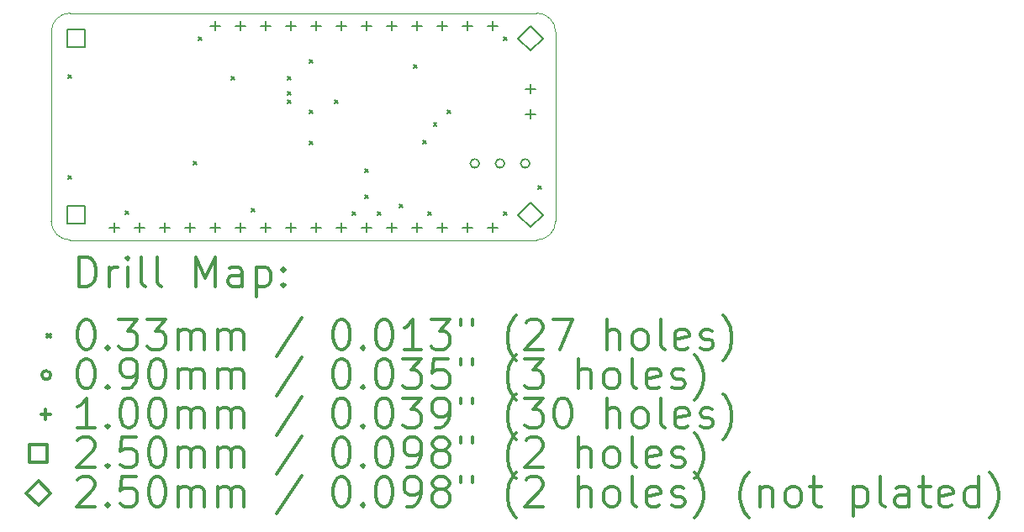
<source format=gbr>
%FSLAX45Y45*%
G04 Gerber Fmt 4.5, Leading zero omitted, Abs format (unit mm)*
G04 Created by KiCad (PCBNEW (5.0.0-rc2-dev-444-g2974a2c10)) date 10/20/19 12:44:55*
%MOMM*%
%LPD*%
G01*
G04 APERTURE LIST*
%ADD10C,0.100000*%
%ADD11C,0.200000*%
%ADD12C,0.300000*%
G04 APERTURE END LIST*
D10*
X9525000Y-9715500D02*
G75*
G02X9715500Y-9525000I190500J0D01*
G01*
X9715500Y-11811000D02*
G75*
G02X9525000Y-11620500I0J190500D01*
G01*
X14605000Y-11620500D02*
G75*
G02X14414500Y-11811000I-190500J0D01*
G01*
X14414500Y-9525000D02*
G75*
G02X14605000Y-9715500I0J-190500D01*
G01*
X9525000Y-11620500D02*
X9525000Y-9715500D01*
X14414500Y-11811000D02*
X9715500Y-11811000D01*
X14605000Y-9715500D02*
X14605000Y-11620500D01*
X9715500Y-9525000D02*
X14414500Y-9525000D01*
D11*
X9698990Y-10143490D02*
X9732010Y-10176510D01*
X9732010Y-10143490D02*
X9698990Y-10176510D01*
X9698990Y-11159490D02*
X9732010Y-11192510D01*
X9732010Y-11159490D02*
X9698990Y-11192510D01*
X10270490Y-11515090D02*
X10303510Y-11548110D01*
X10303510Y-11515090D02*
X10270490Y-11548110D01*
X10958490Y-11018490D02*
X10991510Y-11051510D01*
X10991510Y-11018490D02*
X10958490Y-11051510D01*
X11007090Y-9762490D02*
X11040110Y-9795510D01*
X11040110Y-9762490D02*
X11007090Y-9795510D01*
X11337290Y-10163810D02*
X11370310Y-10196830D01*
X11370310Y-10163810D02*
X11337290Y-10196830D01*
X11540490Y-11489690D02*
X11573510Y-11522710D01*
X11573510Y-11489690D02*
X11540490Y-11522710D01*
X11908790Y-10161270D02*
X11941810Y-10194290D01*
X11941810Y-10161270D02*
X11908790Y-10194290D01*
X11908790Y-10313670D02*
X11941810Y-10346690D01*
X11941810Y-10313670D02*
X11908790Y-10346690D01*
X11908790Y-10400030D02*
X11941810Y-10433050D01*
X11941810Y-10400030D02*
X11908790Y-10433050D01*
X12124690Y-9991090D02*
X12157710Y-10024110D01*
X12157710Y-9991090D02*
X12124690Y-10024110D01*
X12124690Y-10499090D02*
X12157710Y-10532110D01*
X12157710Y-10499090D02*
X12124690Y-10532110D01*
X12124690Y-10816590D02*
X12157710Y-10849610D01*
X12157710Y-10816590D02*
X12124690Y-10849610D01*
X12376150Y-10400030D02*
X12409170Y-10433050D01*
X12409170Y-10400030D02*
X12376150Y-10433050D01*
X12556490Y-11527790D02*
X12589510Y-11560810D01*
X12589510Y-11527790D02*
X12556490Y-11560810D01*
X12683430Y-11093390D02*
X12716450Y-11126410D01*
X12716450Y-11093390D02*
X12683430Y-11126410D01*
X12683490Y-11355070D02*
X12716510Y-11388090D01*
X12716510Y-11355070D02*
X12683490Y-11388090D01*
X12810490Y-11527790D02*
X12843510Y-11560810D01*
X12843510Y-11527790D02*
X12810490Y-11560810D01*
X13034010Y-11449050D02*
X13067030Y-11482070D01*
X13067030Y-11449050D02*
X13034010Y-11482070D01*
X13173710Y-10044430D02*
X13206730Y-10077450D01*
X13206730Y-10044430D02*
X13173710Y-10077450D01*
X13267690Y-10808970D02*
X13300710Y-10841990D01*
X13300710Y-10808970D02*
X13267690Y-10841990D01*
X13318490Y-11527790D02*
X13351510Y-11560810D01*
X13351510Y-11527790D02*
X13318490Y-11560810D01*
X13374370Y-10628630D02*
X13407390Y-10661650D01*
X13407390Y-10628630D02*
X13374370Y-10661650D01*
X13513490Y-10501630D02*
X13546510Y-10534650D01*
X13546510Y-10501630D02*
X13513490Y-10534650D01*
X14080490Y-9762490D02*
X14113510Y-9795510D01*
X14113510Y-9762490D02*
X14080490Y-9795510D01*
X14080490Y-11527790D02*
X14113510Y-11560810D01*
X14113510Y-11527790D02*
X14080490Y-11560810D01*
X14425930Y-11263630D02*
X14458950Y-11296650D01*
X14458950Y-11263630D02*
X14425930Y-11296650D01*
X13835000Y-11040000D02*
G75*
G03X13835000Y-11040000I-45000J0D01*
G01*
X14089000Y-11040000D02*
G75*
G03X14089000Y-11040000I-45000J0D01*
G01*
X14343000Y-11040000D02*
G75*
G03X14343000Y-11040000I-45000J0D01*
G01*
X10160000Y-11634000D02*
X10160000Y-11734000D01*
X10110000Y-11684000D02*
X10210000Y-11684000D01*
X10414000Y-11634000D02*
X10414000Y-11734000D01*
X10364000Y-11684000D02*
X10464000Y-11684000D01*
X10668000Y-11634000D02*
X10668000Y-11734000D01*
X10618000Y-11684000D02*
X10718000Y-11684000D01*
X10922000Y-11634000D02*
X10922000Y-11734000D01*
X10872000Y-11684000D02*
X10972000Y-11684000D01*
X11176000Y-9602000D02*
X11176000Y-9702000D01*
X11126000Y-9652000D02*
X11226000Y-9652000D01*
X11176000Y-11634000D02*
X11176000Y-11734000D01*
X11126000Y-11684000D02*
X11226000Y-11684000D01*
X11430000Y-9602000D02*
X11430000Y-9702000D01*
X11380000Y-9652000D02*
X11480000Y-9652000D01*
X11430000Y-11634000D02*
X11430000Y-11734000D01*
X11380000Y-11684000D02*
X11480000Y-11684000D01*
X11684000Y-9602000D02*
X11684000Y-9702000D01*
X11634000Y-9652000D02*
X11734000Y-9652000D01*
X11684000Y-11634000D02*
X11684000Y-11734000D01*
X11634000Y-11684000D02*
X11734000Y-11684000D01*
X11938000Y-9602000D02*
X11938000Y-9702000D01*
X11888000Y-9652000D02*
X11988000Y-9652000D01*
X11938000Y-11634000D02*
X11938000Y-11734000D01*
X11888000Y-11684000D02*
X11988000Y-11684000D01*
X12192000Y-9602000D02*
X12192000Y-9702000D01*
X12142000Y-9652000D02*
X12242000Y-9652000D01*
X12192000Y-11634000D02*
X12192000Y-11734000D01*
X12142000Y-11684000D02*
X12242000Y-11684000D01*
X12446000Y-9602000D02*
X12446000Y-9702000D01*
X12396000Y-9652000D02*
X12496000Y-9652000D01*
X12446000Y-11634000D02*
X12446000Y-11734000D01*
X12396000Y-11684000D02*
X12496000Y-11684000D01*
X12700000Y-9602000D02*
X12700000Y-9702000D01*
X12650000Y-9652000D02*
X12750000Y-9652000D01*
X12700000Y-11634000D02*
X12700000Y-11734000D01*
X12650000Y-11684000D02*
X12750000Y-11684000D01*
X12954000Y-9602000D02*
X12954000Y-9702000D01*
X12904000Y-9652000D02*
X13004000Y-9652000D01*
X12954000Y-11634000D02*
X12954000Y-11734000D01*
X12904000Y-11684000D02*
X13004000Y-11684000D01*
X13208000Y-9602000D02*
X13208000Y-9702000D01*
X13158000Y-9652000D02*
X13258000Y-9652000D01*
X13208000Y-11634000D02*
X13208000Y-11734000D01*
X13158000Y-11684000D02*
X13258000Y-11684000D01*
X13462000Y-9602000D02*
X13462000Y-9702000D01*
X13412000Y-9652000D02*
X13512000Y-9652000D01*
X13462000Y-11634000D02*
X13462000Y-11734000D01*
X13412000Y-11684000D02*
X13512000Y-11684000D01*
X13716000Y-9602000D02*
X13716000Y-9702000D01*
X13666000Y-9652000D02*
X13766000Y-9652000D01*
X13716000Y-11634000D02*
X13716000Y-11734000D01*
X13666000Y-11684000D02*
X13766000Y-11684000D01*
X13970000Y-9602000D02*
X13970000Y-9702000D01*
X13920000Y-9652000D02*
X14020000Y-9652000D01*
X13970000Y-11634000D02*
X13970000Y-11734000D01*
X13920000Y-11684000D02*
X14020000Y-11684000D01*
X14351000Y-10237000D02*
X14351000Y-10337000D01*
X14301000Y-10287000D02*
X14401000Y-10287000D01*
X14351000Y-10491000D02*
X14351000Y-10591000D01*
X14301000Y-10541000D02*
X14401000Y-10541000D01*
X9867389Y-9867389D02*
X9867389Y-9690611D01*
X9690611Y-9690611D01*
X9690611Y-9867389D01*
X9867389Y-9867389D01*
X9867389Y-11645389D02*
X9867389Y-11468611D01*
X9690611Y-11468611D01*
X9690611Y-11645389D01*
X9867389Y-11645389D01*
X14351000Y-9904000D02*
X14476000Y-9779000D01*
X14351000Y-9654000D01*
X14226000Y-9779000D01*
X14351000Y-9904000D01*
X14351000Y-11682000D02*
X14476000Y-11557000D01*
X14351000Y-11432000D01*
X14226000Y-11557000D01*
X14351000Y-11682000D01*
D12*
X9806428Y-12281714D02*
X9806428Y-11981714D01*
X9877857Y-11981714D01*
X9920714Y-11996000D01*
X9949286Y-12024571D01*
X9963571Y-12053143D01*
X9977857Y-12110286D01*
X9977857Y-12153143D01*
X9963571Y-12210286D01*
X9949286Y-12238857D01*
X9920714Y-12267429D01*
X9877857Y-12281714D01*
X9806428Y-12281714D01*
X10106428Y-12281714D02*
X10106428Y-12081714D01*
X10106428Y-12138857D02*
X10120714Y-12110286D01*
X10135000Y-12096000D01*
X10163571Y-12081714D01*
X10192143Y-12081714D01*
X10292143Y-12281714D02*
X10292143Y-12081714D01*
X10292143Y-11981714D02*
X10277857Y-11996000D01*
X10292143Y-12010286D01*
X10306428Y-11996000D01*
X10292143Y-11981714D01*
X10292143Y-12010286D01*
X10477857Y-12281714D02*
X10449286Y-12267429D01*
X10435000Y-12238857D01*
X10435000Y-11981714D01*
X10635000Y-12281714D02*
X10606428Y-12267429D01*
X10592143Y-12238857D01*
X10592143Y-11981714D01*
X10977857Y-12281714D02*
X10977857Y-11981714D01*
X11077857Y-12196000D01*
X11177857Y-11981714D01*
X11177857Y-12281714D01*
X11449286Y-12281714D02*
X11449286Y-12124571D01*
X11435000Y-12096000D01*
X11406428Y-12081714D01*
X11349286Y-12081714D01*
X11320714Y-12096000D01*
X11449286Y-12267429D02*
X11420714Y-12281714D01*
X11349286Y-12281714D01*
X11320714Y-12267429D01*
X11306428Y-12238857D01*
X11306428Y-12210286D01*
X11320714Y-12181714D01*
X11349286Y-12167429D01*
X11420714Y-12167429D01*
X11449286Y-12153143D01*
X11592143Y-12081714D02*
X11592143Y-12381714D01*
X11592143Y-12096000D02*
X11620714Y-12081714D01*
X11677857Y-12081714D01*
X11706428Y-12096000D01*
X11720714Y-12110286D01*
X11735000Y-12138857D01*
X11735000Y-12224571D01*
X11720714Y-12253143D01*
X11706428Y-12267429D01*
X11677857Y-12281714D01*
X11620714Y-12281714D01*
X11592143Y-12267429D01*
X11863571Y-12253143D02*
X11877857Y-12267429D01*
X11863571Y-12281714D01*
X11849286Y-12267429D01*
X11863571Y-12253143D01*
X11863571Y-12281714D01*
X11863571Y-12096000D02*
X11877857Y-12110286D01*
X11863571Y-12124571D01*
X11849286Y-12110286D01*
X11863571Y-12096000D01*
X11863571Y-12124571D01*
X9486980Y-12759490D02*
X9520000Y-12792510D01*
X9520000Y-12759490D02*
X9486980Y-12792510D01*
X9863571Y-12611714D02*
X9892143Y-12611714D01*
X9920714Y-12626000D01*
X9935000Y-12640286D01*
X9949286Y-12668857D01*
X9963571Y-12726000D01*
X9963571Y-12797429D01*
X9949286Y-12854571D01*
X9935000Y-12883143D01*
X9920714Y-12897429D01*
X9892143Y-12911714D01*
X9863571Y-12911714D01*
X9835000Y-12897429D01*
X9820714Y-12883143D01*
X9806428Y-12854571D01*
X9792143Y-12797429D01*
X9792143Y-12726000D01*
X9806428Y-12668857D01*
X9820714Y-12640286D01*
X9835000Y-12626000D01*
X9863571Y-12611714D01*
X10092143Y-12883143D02*
X10106428Y-12897429D01*
X10092143Y-12911714D01*
X10077857Y-12897429D01*
X10092143Y-12883143D01*
X10092143Y-12911714D01*
X10206428Y-12611714D02*
X10392143Y-12611714D01*
X10292143Y-12726000D01*
X10335000Y-12726000D01*
X10363571Y-12740286D01*
X10377857Y-12754571D01*
X10392143Y-12783143D01*
X10392143Y-12854571D01*
X10377857Y-12883143D01*
X10363571Y-12897429D01*
X10335000Y-12911714D01*
X10249286Y-12911714D01*
X10220714Y-12897429D01*
X10206428Y-12883143D01*
X10492143Y-12611714D02*
X10677857Y-12611714D01*
X10577857Y-12726000D01*
X10620714Y-12726000D01*
X10649286Y-12740286D01*
X10663571Y-12754571D01*
X10677857Y-12783143D01*
X10677857Y-12854571D01*
X10663571Y-12883143D01*
X10649286Y-12897429D01*
X10620714Y-12911714D01*
X10535000Y-12911714D01*
X10506428Y-12897429D01*
X10492143Y-12883143D01*
X10806428Y-12911714D02*
X10806428Y-12711714D01*
X10806428Y-12740286D02*
X10820714Y-12726000D01*
X10849286Y-12711714D01*
X10892143Y-12711714D01*
X10920714Y-12726000D01*
X10935000Y-12754571D01*
X10935000Y-12911714D01*
X10935000Y-12754571D02*
X10949286Y-12726000D01*
X10977857Y-12711714D01*
X11020714Y-12711714D01*
X11049286Y-12726000D01*
X11063571Y-12754571D01*
X11063571Y-12911714D01*
X11206428Y-12911714D02*
X11206428Y-12711714D01*
X11206428Y-12740286D02*
X11220714Y-12726000D01*
X11249286Y-12711714D01*
X11292143Y-12711714D01*
X11320714Y-12726000D01*
X11335000Y-12754571D01*
X11335000Y-12911714D01*
X11335000Y-12754571D02*
X11349286Y-12726000D01*
X11377857Y-12711714D01*
X11420714Y-12711714D01*
X11449286Y-12726000D01*
X11463571Y-12754571D01*
X11463571Y-12911714D01*
X12049286Y-12597429D02*
X11792143Y-12983143D01*
X12435000Y-12611714D02*
X12463571Y-12611714D01*
X12492143Y-12626000D01*
X12506428Y-12640286D01*
X12520714Y-12668857D01*
X12535000Y-12726000D01*
X12535000Y-12797429D01*
X12520714Y-12854571D01*
X12506428Y-12883143D01*
X12492143Y-12897429D01*
X12463571Y-12911714D01*
X12435000Y-12911714D01*
X12406428Y-12897429D01*
X12392143Y-12883143D01*
X12377857Y-12854571D01*
X12363571Y-12797429D01*
X12363571Y-12726000D01*
X12377857Y-12668857D01*
X12392143Y-12640286D01*
X12406428Y-12626000D01*
X12435000Y-12611714D01*
X12663571Y-12883143D02*
X12677857Y-12897429D01*
X12663571Y-12911714D01*
X12649286Y-12897429D01*
X12663571Y-12883143D01*
X12663571Y-12911714D01*
X12863571Y-12611714D02*
X12892143Y-12611714D01*
X12920714Y-12626000D01*
X12935000Y-12640286D01*
X12949286Y-12668857D01*
X12963571Y-12726000D01*
X12963571Y-12797429D01*
X12949286Y-12854571D01*
X12935000Y-12883143D01*
X12920714Y-12897429D01*
X12892143Y-12911714D01*
X12863571Y-12911714D01*
X12835000Y-12897429D01*
X12820714Y-12883143D01*
X12806428Y-12854571D01*
X12792143Y-12797429D01*
X12792143Y-12726000D01*
X12806428Y-12668857D01*
X12820714Y-12640286D01*
X12835000Y-12626000D01*
X12863571Y-12611714D01*
X13249286Y-12911714D02*
X13077857Y-12911714D01*
X13163571Y-12911714D02*
X13163571Y-12611714D01*
X13135000Y-12654571D01*
X13106428Y-12683143D01*
X13077857Y-12697429D01*
X13349286Y-12611714D02*
X13535000Y-12611714D01*
X13435000Y-12726000D01*
X13477857Y-12726000D01*
X13506428Y-12740286D01*
X13520714Y-12754571D01*
X13535000Y-12783143D01*
X13535000Y-12854571D01*
X13520714Y-12883143D01*
X13506428Y-12897429D01*
X13477857Y-12911714D01*
X13392143Y-12911714D01*
X13363571Y-12897429D01*
X13349286Y-12883143D01*
X13649286Y-12611714D02*
X13649286Y-12668857D01*
X13763571Y-12611714D02*
X13763571Y-12668857D01*
X14206428Y-13026000D02*
X14192143Y-13011714D01*
X14163571Y-12968857D01*
X14149286Y-12940286D01*
X14135000Y-12897429D01*
X14120714Y-12826000D01*
X14120714Y-12768857D01*
X14135000Y-12697429D01*
X14149286Y-12654571D01*
X14163571Y-12626000D01*
X14192143Y-12583143D01*
X14206428Y-12568857D01*
X14306428Y-12640286D02*
X14320714Y-12626000D01*
X14349286Y-12611714D01*
X14420714Y-12611714D01*
X14449286Y-12626000D01*
X14463571Y-12640286D01*
X14477857Y-12668857D01*
X14477857Y-12697429D01*
X14463571Y-12740286D01*
X14292143Y-12911714D01*
X14477857Y-12911714D01*
X14577857Y-12611714D02*
X14777857Y-12611714D01*
X14649286Y-12911714D01*
X15120714Y-12911714D02*
X15120714Y-12611714D01*
X15249286Y-12911714D02*
X15249286Y-12754571D01*
X15235000Y-12726000D01*
X15206428Y-12711714D01*
X15163571Y-12711714D01*
X15135000Y-12726000D01*
X15120714Y-12740286D01*
X15435000Y-12911714D02*
X15406428Y-12897429D01*
X15392143Y-12883143D01*
X15377857Y-12854571D01*
X15377857Y-12768857D01*
X15392143Y-12740286D01*
X15406428Y-12726000D01*
X15435000Y-12711714D01*
X15477857Y-12711714D01*
X15506428Y-12726000D01*
X15520714Y-12740286D01*
X15535000Y-12768857D01*
X15535000Y-12854571D01*
X15520714Y-12883143D01*
X15506428Y-12897429D01*
X15477857Y-12911714D01*
X15435000Y-12911714D01*
X15706428Y-12911714D02*
X15677857Y-12897429D01*
X15663571Y-12868857D01*
X15663571Y-12611714D01*
X15935000Y-12897429D02*
X15906428Y-12911714D01*
X15849286Y-12911714D01*
X15820714Y-12897429D01*
X15806428Y-12868857D01*
X15806428Y-12754571D01*
X15820714Y-12726000D01*
X15849286Y-12711714D01*
X15906428Y-12711714D01*
X15935000Y-12726000D01*
X15949286Y-12754571D01*
X15949286Y-12783143D01*
X15806428Y-12811714D01*
X16063571Y-12897429D02*
X16092143Y-12911714D01*
X16149286Y-12911714D01*
X16177857Y-12897429D01*
X16192143Y-12868857D01*
X16192143Y-12854571D01*
X16177857Y-12826000D01*
X16149286Y-12811714D01*
X16106428Y-12811714D01*
X16077857Y-12797429D01*
X16063571Y-12768857D01*
X16063571Y-12754571D01*
X16077857Y-12726000D01*
X16106428Y-12711714D01*
X16149286Y-12711714D01*
X16177857Y-12726000D01*
X16292143Y-13026000D02*
X16306428Y-13011714D01*
X16335000Y-12968857D01*
X16349286Y-12940286D01*
X16363571Y-12897429D01*
X16377857Y-12826000D01*
X16377857Y-12768857D01*
X16363571Y-12697429D01*
X16349286Y-12654571D01*
X16335000Y-12626000D01*
X16306428Y-12583143D01*
X16292143Y-12568857D01*
X9520000Y-13172000D02*
G75*
G03X9520000Y-13172000I-45000J0D01*
G01*
X9863571Y-13007714D02*
X9892143Y-13007714D01*
X9920714Y-13022000D01*
X9935000Y-13036286D01*
X9949286Y-13064857D01*
X9963571Y-13122000D01*
X9963571Y-13193429D01*
X9949286Y-13250571D01*
X9935000Y-13279143D01*
X9920714Y-13293429D01*
X9892143Y-13307714D01*
X9863571Y-13307714D01*
X9835000Y-13293429D01*
X9820714Y-13279143D01*
X9806428Y-13250571D01*
X9792143Y-13193429D01*
X9792143Y-13122000D01*
X9806428Y-13064857D01*
X9820714Y-13036286D01*
X9835000Y-13022000D01*
X9863571Y-13007714D01*
X10092143Y-13279143D02*
X10106428Y-13293429D01*
X10092143Y-13307714D01*
X10077857Y-13293429D01*
X10092143Y-13279143D01*
X10092143Y-13307714D01*
X10249286Y-13307714D02*
X10306428Y-13307714D01*
X10335000Y-13293429D01*
X10349286Y-13279143D01*
X10377857Y-13236286D01*
X10392143Y-13179143D01*
X10392143Y-13064857D01*
X10377857Y-13036286D01*
X10363571Y-13022000D01*
X10335000Y-13007714D01*
X10277857Y-13007714D01*
X10249286Y-13022000D01*
X10235000Y-13036286D01*
X10220714Y-13064857D01*
X10220714Y-13136286D01*
X10235000Y-13164857D01*
X10249286Y-13179143D01*
X10277857Y-13193429D01*
X10335000Y-13193429D01*
X10363571Y-13179143D01*
X10377857Y-13164857D01*
X10392143Y-13136286D01*
X10577857Y-13007714D02*
X10606428Y-13007714D01*
X10635000Y-13022000D01*
X10649286Y-13036286D01*
X10663571Y-13064857D01*
X10677857Y-13122000D01*
X10677857Y-13193429D01*
X10663571Y-13250571D01*
X10649286Y-13279143D01*
X10635000Y-13293429D01*
X10606428Y-13307714D01*
X10577857Y-13307714D01*
X10549286Y-13293429D01*
X10535000Y-13279143D01*
X10520714Y-13250571D01*
X10506428Y-13193429D01*
X10506428Y-13122000D01*
X10520714Y-13064857D01*
X10535000Y-13036286D01*
X10549286Y-13022000D01*
X10577857Y-13007714D01*
X10806428Y-13307714D02*
X10806428Y-13107714D01*
X10806428Y-13136286D02*
X10820714Y-13122000D01*
X10849286Y-13107714D01*
X10892143Y-13107714D01*
X10920714Y-13122000D01*
X10935000Y-13150571D01*
X10935000Y-13307714D01*
X10935000Y-13150571D02*
X10949286Y-13122000D01*
X10977857Y-13107714D01*
X11020714Y-13107714D01*
X11049286Y-13122000D01*
X11063571Y-13150571D01*
X11063571Y-13307714D01*
X11206428Y-13307714D02*
X11206428Y-13107714D01*
X11206428Y-13136286D02*
X11220714Y-13122000D01*
X11249286Y-13107714D01*
X11292143Y-13107714D01*
X11320714Y-13122000D01*
X11335000Y-13150571D01*
X11335000Y-13307714D01*
X11335000Y-13150571D02*
X11349286Y-13122000D01*
X11377857Y-13107714D01*
X11420714Y-13107714D01*
X11449286Y-13122000D01*
X11463571Y-13150571D01*
X11463571Y-13307714D01*
X12049286Y-12993429D02*
X11792143Y-13379143D01*
X12435000Y-13007714D02*
X12463571Y-13007714D01*
X12492143Y-13022000D01*
X12506428Y-13036286D01*
X12520714Y-13064857D01*
X12535000Y-13122000D01*
X12535000Y-13193429D01*
X12520714Y-13250571D01*
X12506428Y-13279143D01*
X12492143Y-13293429D01*
X12463571Y-13307714D01*
X12435000Y-13307714D01*
X12406428Y-13293429D01*
X12392143Y-13279143D01*
X12377857Y-13250571D01*
X12363571Y-13193429D01*
X12363571Y-13122000D01*
X12377857Y-13064857D01*
X12392143Y-13036286D01*
X12406428Y-13022000D01*
X12435000Y-13007714D01*
X12663571Y-13279143D02*
X12677857Y-13293429D01*
X12663571Y-13307714D01*
X12649286Y-13293429D01*
X12663571Y-13279143D01*
X12663571Y-13307714D01*
X12863571Y-13007714D02*
X12892143Y-13007714D01*
X12920714Y-13022000D01*
X12935000Y-13036286D01*
X12949286Y-13064857D01*
X12963571Y-13122000D01*
X12963571Y-13193429D01*
X12949286Y-13250571D01*
X12935000Y-13279143D01*
X12920714Y-13293429D01*
X12892143Y-13307714D01*
X12863571Y-13307714D01*
X12835000Y-13293429D01*
X12820714Y-13279143D01*
X12806428Y-13250571D01*
X12792143Y-13193429D01*
X12792143Y-13122000D01*
X12806428Y-13064857D01*
X12820714Y-13036286D01*
X12835000Y-13022000D01*
X12863571Y-13007714D01*
X13063571Y-13007714D02*
X13249286Y-13007714D01*
X13149286Y-13122000D01*
X13192143Y-13122000D01*
X13220714Y-13136286D01*
X13235000Y-13150571D01*
X13249286Y-13179143D01*
X13249286Y-13250571D01*
X13235000Y-13279143D01*
X13220714Y-13293429D01*
X13192143Y-13307714D01*
X13106428Y-13307714D01*
X13077857Y-13293429D01*
X13063571Y-13279143D01*
X13520714Y-13007714D02*
X13377857Y-13007714D01*
X13363571Y-13150571D01*
X13377857Y-13136286D01*
X13406428Y-13122000D01*
X13477857Y-13122000D01*
X13506428Y-13136286D01*
X13520714Y-13150571D01*
X13535000Y-13179143D01*
X13535000Y-13250571D01*
X13520714Y-13279143D01*
X13506428Y-13293429D01*
X13477857Y-13307714D01*
X13406428Y-13307714D01*
X13377857Y-13293429D01*
X13363571Y-13279143D01*
X13649286Y-13007714D02*
X13649286Y-13064857D01*
X13763571Y-13007714D02*
X13763571Y-13064857D01*
X14206428Y-13422000D02*
X14192143Y-13407714D01*
X14163571Y-13364857D01*
X14149286Y-13336286D01*
X14135000Y-13293429D01*
X14120714Y-13222000D01*
X14120714Y-13164857D01*
X14135000Y-13093429D01*
X14149286Y-13050571D01*
X14163571Y-13022000D01*
X14192143Y-12979143D01*
X14206428Y-12964857D01*
X14292143Y-13007714D02*
X14477857Y-13007714D01*
X14377857Y-13122000D01*
X14420714Y-13122000D01*
X14449286Y-13136286D01*
X14463571Y-13150571D01*
X14477857Y-13179143D01*
X14477857Y-13250571D01*
X14463571Y-13279143D01*
X14449286Y-13293429D01*
X14420714Y-13307714D01*
X14335000Y-13307714D01*
X14306428Y-13293429D01*
X14292143Y-13279143D01*
X14835000Y-13307714D02*
X14835000Y-13007714D01*
X14963571Y-13307714D02*
X14963571Y-13150571D01*
X14949286Y-13122000D01*
X14920714Y-13107714D01*
X14877857Y-13107714D01*
X14849286Y-13122000D01*
X14835000Y-13136286D01*
X15149286Y-13307714D02*
X15120714Y-13293429D01*
X15106428Y-13279143D01*
X15092143Y-13250571D01*
X15092143Y-13164857D01*
X15106428Y-13136286D01*
X15120714Y-13122000D01*
X15149286Y-13107714D01*
X15192143Y-13107714D01*
X15220714Y-13122000D01*
X15235000Y-13136286D01*
X15249286Y-13164857D01*
X15249286Y-13250571D01*
X15235000Y-13279143D01*
X15220714Y-13293429D01*
X15192143Y-13307714D01*
X15149286Y-13307714D01*
X15420714Y-13307714D02*
X15392143Y-13293429D01*
X15377857Y-13264857D01*
X15377857Y-13007714D01*
X15649286Y-13293429D02*
X15620714Y-13307714D01*
X15563571Y-13307714D01*
X15535000Y-13293429D01*
X15520714Y-13264857D01*
X15520714Y-13150571D01*
X15535000Y-13122000D01*
X15563571Y-13107714D01*
X15620714Y-13107714D01*
X15649286Y-13122000D01*
X15663571Y-13150571D01*
X15663571Y-13179143D01*
X15520714Y-13207714D01*
X15777857Y-13293429D02*
X15806428Y-13307714D01*
X15863571Y-13307714D01*
X15892143Y-13293429D01*
X15906428Y-13264857D01*
X15906428Y-13250571D01*
X15892143Y-13222000D01*
X15863571Y-13207714D01*
X15820714Y-13207714D01*
X15792143Y-13193429D01*
X15777857Y-13164857D01*
X15777857Y-13150571D01*
X15792143Y-13122000D01*
X15820714Y-13107714D01*
X15863571Y-13107714D01*
X15892143Y-13122000D01*
X16006428Y-13422000D02*
X16020714Y-13407714D01*
X16049286Y-13364857D01*
X16063571Y-13336286D01*
X16077857Y-13293429D01*
X16092143Y-13222000D01*
X16092143Y-13164857D01*
X16077857Y-13093429D01*
X16063571Y-13050571D01*
X16049286Y-13022000D01*
X16020714Y-12979143D01*
X16006428Y-12964857D01*
X9470000Y-13518000D02*
X9470000Y-13618000D01*
X9420000Y-13568000D02*
X9520000Y-13568000D01*
X9963571Y-13703714D02*
X9792143Y-13703714D01*
X9877857Y-13703714D02*
X9877857Y-13403714D01*
X9849286Y-13446571D01*
X9820714Y-13475143D01*
X9792143Y-13489429D01*
X10092143Y-13675143D02*
X10106428Y-13689429D01*
X10092143Y-13703714D01*
X10077857Y-13689429D01*
X10092143Y-13675143D01*
X10092143Y-13703714D01*
X10292143Y-13403714D02*
X10320714Y-13403714D01*
X10349286Y-13418000D01*
X10363571Y-13432286D01*
X10377857Y-13460857D01*
X10392143Y-13518000D01*
X10392143Y-13589429D01*
X10377857Y-13646571D01*
X10363571Y-13675143D01*
X10349286Y-13689429D01*
X10320714Y-13703714D01*
X10292143Y-13703714D01*
X10263571Y-13689429D01*
X10249286Y-13675143D01*
X10235000Y-13646571D01*
X10220714Y-13589429D01*
X10220714Y-13518000D01*
X10235000Y-13460857D01*
X10249286Y-13432286D01*
X10263571Y-13418000D01*
X10292143Y-13403714D01*
X10577857Y-13403714D02*
X10606428Y-13403714D01*
X10635000Y-13418000D01*
X10649286Y-13432286D01*
X10663571Y-13460857D01*
X10677857Y-13518000D01*
X10677857Y-13589429D01*
X10663571Y-13646571D01*
X10649286Y-13675143D01*
X10635000Y-13689429D01*
X10606428Y-13703714D01*
X10577857Y-13703714D01*
X10549286Y-13689429D01*
X10535000Y-13675143D01*
X10520714Y-13646571D01*
X10506428Y-13589429D01*
X10506428Y-13518000D01*
X10520714Y-13460857D01*
X10535000Y-13432286D01*
X10549286Y-13418000D01*
X10577857Y-13403714D01*
X10806428Y-13703714D02*
X10806428Y-13503714D01*
X10806428Y-13532286D02*
X10820714Y-13518000D01*
X10849286Y-13503714D01*
X10892143Y-13503714D01*
X10920714Y-13518000D01*
X10935000Y-13546571D01*
X10935000Y-13703714D01*
X10935000Y-13546571D02*
X10949286Y-13518000D01*
X10977857Y-13503714D01*
X11020714Y-13503714D01*
X11049286Y-13518000D01*
X11063571Y-13546571D01*
X11063571Y-13703714D01*
X11206428Y-13703714D02*
X11206428Y-13503714D01*
X11206428Y-13532286D02*
X11220714Y-13518000D01*
X11249286Y-13503714D01*
X11292143Y-13503714D01*
X11320714Y-13518000D01*
X11335000Y-13546571D01*
X11335000Y-13703714D01*
X11335000Y-13546571D02*
X11349286Y-13518000D01*
X11377857Y-13503714D01*
X11420714Y-13503714D01*
X11449286Y-13518000D01*
X11463571Y-13546571D01*
X11463571Y-13703714D01*
X12049286Y-13389429D02*
X11792143Y-13775143D01*
X12435000Y-13403714D02*
X12463571Y-13403714D01*
X12492143Y-13418000D01*
X12506428Y-13432286D01*
X12520714Y-13460857D01*
X12535000Y-13518000D01*
X12535000Y-13589429D01*
X12520714Y-13646571D01*
X12506428Y-13675143D01*
X12492143Y-13689429D01*
X12463571Y-13703714D01*
X12435000Y-13703714D01*
X12406428Y-13689429D01*
X12392143Y-13675143D01*
X12377857Y-13646571D01*
X12363571Y-13589429D01*
X12363571Y-13518000D01*
X12377857Y-13460857D01*
X12392143Y-13432286D01*
X12406428Y-13418000D01*
X12435000Y-13403714D01*
X12663571Y-13675143D02*
X12677857Y-13689429D01*
X12663571Y-13703714D01*
X12649286Y-13689429D01*
X12663571Y-13675143D01*
X12663571Y-13703714D01*
X12863571Y-13403714D02*
X12892143Y-13403714D01*
X12920714Y-13418000D01*
X12935000Y-13432286D01*
X12949286Y-13460857D01*
X12963571Y-13518000D01*
X12963571Y-13589429D01*
X12949286Y-13646571D01*
X12935000Y-13675143D01*
X12920714Y-13689429D01*
X12892143Y-13703714D01*
X12863571Y-13703714D01*
X12835000Y-13689429D01*
X12820714Y-13675143D01*
X12806428Y-13646571D01*
X12792143Y-13589429D01*
X12792143Y-13518000D01*
X12806428Y-13460857D01*
X12820714Y-13432286D01*
X12835000Y-13418000D01*
X12863571Y-13403714D01*
X13063571Y-13403714D02*
X13249286Y-13403714D01*
X13149286Y-13518000D01*
X13192143Y-13518000D01*
X13220714Y-13532286D01*
X13235000Y-13546571D01*
X13249286Y-13575143D01*
X13249286Y-13646571D01*
X13235000Y-13675143D01*
X13220714Y-13689429D01*
X13192143Y-13703714D01*
X13106428Y-13703714D01*
X13077857Y-13689429D01*
X13063571Y-13675143D01*
X13392143Y-13703714D02*
X13449286Y-13703714D01*
X13477857Y-13689429D01*
X13492143Y-13675143D01*
X13520714Y-13632286D01*
X13535000Y-13575143D01*
X13535000Y-13460857D01*
X13520714Y-13432286D01*
X13506428Y-13418000D01*
X13477857Y-13403714D01*
X13420714Y-13403714D01*
X13392143Y-13418000D01*
X13377857Y-13432286D01*
X13363571Y-13460857D01*
X13363571Y-13532286D01*
X13377857Y-13560857D01*
X13392143Y-13575143D01*
X13420714Y-13589429D01*
X13477857Y-13589429D01*
X13506428Y-13575143D01*
X13520714Y-13560857D01*
X13535000Y-13532286D01*
X13649286Y-13403714D02*
X13649286Y-13460857D01*
X13763571Y-13403714D02*
X13763571Y-13460857D01*
X14206428Y-13818000D02*
X14192143Y-13803714D01*
X14163571Y-13760857D01*
X14149286Y-13732286D01*
X14135000Y-13689429D01*
X14120714Y-13618000D01*
X14120714Y-13560857D01*
X14135000Y-13489429D01*
X14149286Y-13446571D01*
X14163571Y-13418000D01*
X14192143Y-13375143D01*
X14206428Y-13360857D01*
X14292143Y-13403714D02*
X14477857Y-13403714D01*
X14377857Y-13518000D01*
X14420714Y-13518000D01*
X14449286Y-13532286D01*
X14463571Y-13546571D01*
X14477857Y-13575143D01*
X14477857Y-13646571D01*
X14463571Y-13675143D01*
X14449286Y-13689429D01*
X14420714Y-13703714D01*
X14335000Y-13703714D01*
X14306428Y-13689429D01*
X14292143Y-13675143D01*
X14663571Y-13403714D02*
X14692143Y-13403714D01*
X14720714Y-13418000D01*
X14735000Y-13432286D01*
X14749286Y-13460857D01*
X14763571Y-13518000D01*
X14763571Y-13589429D01*
X14749286Y-13646571D01*
X14735000Y-13675143D01*
X14720714Y-13689429D01*
X14692143Y-13703714D01*
X14663571Y-13703714D01*
X14635000Y-13689429D01*
X14620714Y-13675143D01*
X14606428Y-13646571D01*
X14592143Y-13589429D01*
X14592143Y-13518000D01*
X14606428Y-13460857D01*
X14620714Y-13432286D01*
X14635000Y-13418000D01*
X14663571Y-13403714D01*
X15120714Y-13703714D02*
X15120714Y-13403714D01*
X15249286Y-13703714D02*
X15249286Y-13546571D01*
X15235000Y-13518000D01*
X15206428Y-13503714D01*
X15163571Y-13503714D01*
X15135000Y-13518000D01*
X15120714Y-13532286D01*
X15435000Y-13703714D02*
X15406428Y-13689429D01*
X15392143Y-13675143D01*
X15377857Y-13646571D01*
X15377857Y-13560857D01*
X15392143Y-13532286D01*
X15406428Y-13518000D01*
X15435000Y-13503714D01*
X15477857Y-13503714D01*
X15506428Y-13518000D01*
X15520714Y-13532286D01*
X15535000Y-13560857D01*
X15535000Y-13646571D01*
X15520714Y-13675143D01*
X15506428Y-13689429D01*
X15477857Y-13703714D01*
X15435000Y-13703714D01*
X15706428Y-13703714D02*
X15677857Y-13689429D01*
X15663571Y-13660857D01*
X15663571Y-13403714D01*
X15935000Y-13689429D02*
X15906428Y-13703714D01*
X15849286Y-13703714D01*
X15820714Y-13689429D01*
X15806428Y-13660857D01*
X15806428Y-13546571D01*
X15820714Y-13518000D01*
X15849286Y-13503714D01*
X15906428Y-13503714D01*
X15935000Y-13518000D01*
X15949286Y-13546571D01*
X15949286Y-13575143D01*
X15806428Y-13603714D01*
X16063571Y-13689429D02*
X16092143Y-13703714D01*
X16149286Y-13703714D01*
X16177857Y-13689429D01*
X16192143Y-13660857D01*
X16192143Y-13646571D01*
X16177857Y-13618000D01*
X16149286Y-13603714D01*
X16106428Y-13603714D01*
X16077857Y-13589429D01*
X16063571Y-13560857D01*
X16063571Y-13546571D01*
X16077857Y-13518000D01*
X16106428Y-13503714D01*
X16149286Y-13503714D01*
X16177857Y-13518000D01*
X16292143Y-13818000D02*
X16306428Y-13803714D01*
X16335000Y-13760857D01*
X16349286Y-13732286D01*
X16363571Y-13689429D01*
X16377857Y-13618000D01*
X16377857Y-13560857D01*
X16363571Y-13489429D01*
X16349286Y-13446571D01*
X16335000Y-13418000D01*
X16306428Y-13375143D01*
X16292143Y-13360857D01*
X9483389Y-14052389D02*
X9483389Y-13875611D01*
X9306611Y-13875611D01*
X9306611Y-14052389D01*
X9483389Y-14052389D01*
X9792143Y-13828286D02*
X9806428Y-13814000D01*
X9835000Y-13799714D01*
X9906428Y-13799714D01*
X9935000Y-13814000D01*
X9949286Y-13828286D01*
X9963571Y-13856857D01*
X9963571Y-13885429D01*
X9949286Y-13928286D01*
X9777857Y-14099714D01*
X9963571Y-14099714D01*
X10092143Y-14071143D02*
X10106428Y-14085429D01*
X10092143Y-14099714D01*
X10077857Y-14085429D01*
X10092143Y-14071143D01*
X10092143Y-14099714D01*
X10377857Y-13799714D02*
X10235000Y-13799714D01*
X10220714Y-13942571D01*
X10235000Y-13928286D01*
X10263571Y-13914000D01*
X10335000Y-13914000D01*
X10363571Y-13928286D01*
X10377857Y-13942571D01*
X10392143Y-13971143D01*
X10392143Y-14042571D01*
X10377857Y-14071143D01*
X10363571Y-14085429D01*
X10335000Y-14099714D01*
X10263571Y-14099714D01*
X10235000Y-14085429D01*
X10220714Y-14071143D01*
X10577857Y-13799714D02*
X10606428Y-13799714D01*
X10635000Y-13814000D01*
X10649286Y-13828286D01*
X10663571Y-13856857D01*
X10677857Y-13914000D01*
X10677857Y-13985429D01*
X10663571Y-14042571D01*
X10649286Y-14071143D01*
X10635000Y-14085429D01*
X10606428Y-14099714D01*
X10577857Y-14099714D01*
X10549286Y-14085429D01*
X10535000Y-14071143D01*
X10520714Y-14042571D01*
X10506428Y-13985429D01*
X10506428Y-13914000D01*
X10520714Y-13856857D01*
X10535000Y-13828286D01*
X10549286Y-13814000D01*
X10577857Y-13799714D01*
X10806428Y-14099714D02*
X10806428Y-13899714D01*
X10806428Y-13928286D02*
X10820714Y-13914000D01*
X10849286Y-13899714D01*
X10892143Y-13899714D01*
X10920714Y-13914000D01*
X10935000Y-13942571D01*
X10935000Y-14099714D01*
X10935000Y-13942571D02*
X10949286Y-13914000D01*
X10977857Y-13899714D01*
X11020714Y-13899714D01*
X11049286Y-13914000D01*
X11063571Y-13942571D01*
X11063571Y-14099714D01*
X11206428Y-14099714D02*
X11206428Y-13899714D01*
X11206428Y-13928286D02*
X11220714Y-13914000D01*
X11249286Y-13899714D01*
X11292143Y-13899714D01*
X11320714Y-13914000D01*
X11335000Y-13942571D01*
X11335000Y-14099714D01*
X11335000Y-13942571D02*
X11349286Y-13914000D01*
X11377857Y-13899714D01*
X11420714Y-13899714D01*
X11449286Y-13914000D01*
X11463571Y-13942571D01*
X11463571Y-14099714D01*
X12049286Y-13785429D02*
X11792143Y-14171143D01*
X12435000Y-13799714D02*
X12463571Y-13799714D01*
X12492143Y-13814000D01*
X12506428Y-13828286D01*
X12520714Y-13856857D01*
X12535000Y-13914000D01*
X12535000Y-13985429D01*
X12520714Y-14042571D01*
X12506428Y-14071143D01*
X12492143Y-14085429D01*
X12463571Y-14099714D01*
X12435000Y-14099714D01*
X12406428Y-14085429D01*
X12392143Y-14071143D01*
X12377857Y-14042571D01*
X12363571Y-13985429D01*
X12363571Y-13914000D01*
X12377857Y-13856857D01*
X12392143Y-13828286D01*
X12406428Y-13814000D01*
X12435000Y-13799714D01*
X12663571Y-14071143D02*
X12677857Y-14085429D01*
X12663571Y-14099714D01*
X12649286Y-14085429D01*
X12663571Y-14071143D01*
X12663571Y-14099714D01*
X12863571Y-13799714D02*
X12892143Y-13799714D01*
X12920714Y-13814000D01*
X12935000Y-13828286D01*
X12949286Y-13856857D01*
X12963571Y-13914000D01*
X12963571Y-13985429D01*
X12949286Y-14042571D01*
X12935000Y-14071143D01*
X12920714Y-14085429D01*
X12892143Y-14099714D01*
X12863571Y-14099714D01*
X12835000Y-14085429D01*
X12820714Y-14071143D01*
X12806428Y-14042571D01*
X12792143Y-13985429D01*
X12792143Y-13914000D01*
X12806428Y-13856857D01*
X12820714Y-13828286D01*
X12835000Y-13814000D01*
X12863571Y-13799714D01*
X13106428Y-14099714D02*
X13163571Y-14099714D01*
X13192143Y-14085429D01*
X13206428Y-14071143D01*
X13235000Y-14028286D01*
X13249286Y-13971143D01*
X13249286Y-13856857D01*
X13235000Y-13828286D01*
X13220714Y-13814000D01*
X13192143Y-13799714D01*
X13135000Y-13799714D01*
X13106428Y-13814000D01*
X13092143Y-13828286D01*
X13077857Y-13856857D01*
X13077857Y-13928286D01*
X13092143Y-13956857D01*
X13106428Y-13971143D01*
X13135000Y-13985429D01*
X13192143Y-13985429D01*
X13220714Y-13971143D01*
X13235000Y-13956857D01*
X13249286Y-13928286D01*
X13420714Y-13928286D02*
X13392143Y-13914000D01*
X13377857Y-13899714D01*
X13363571Y-13871143D01*
X13363571Y-13856857D01*
X13377857Y-13828286D01*
X13392143Y-13814000D01*
X13420714Y-13799714D01*
X13477857Y-13799714D01*
X13506428Y-13814000D01*
X13520714Y-13828286D01*
X13535000Y-13856857D01*
X13535000Y-13871143D01*
X13520714Y-13899714D01*
X13506428Y-13914000D01*
X13477857Y-13928286D01*
X13420714Y-13928286D01*
X13392143Y-13942571D01*
X13377857Y-13956857D01*
X13363571Y-13985429D01*
X13363571Y-14042571D01*
X13377857Y-14071143D01*
X13392143Y-14085429D01*
X13420714Y-14099714D01*
X13477857Y-14099714D01*
X13506428Y-14085429D01*
X13520714Y-14071143D01*
X13535000Y-14042571D01*
X13535000Y-13985429D01*
X13520714Y-13956857D01*
X13506428Y-13942571D01*
X13477857Y-13928286D01*
X13649286Y-13799714D02*
X13649286Y-13856857D01*
X13763571Y-13799714D02*
X13763571Y-13856857D01*
X14206428Y-14214000D02*
X14192143Y-14199714D01*
X14163571Y-14156857D01*
X14149286Y-14128286D01*
X14135000Y-14085429D01*
X14120714Y-14014000D01*
X14120714Y-13956857D01*
X14135000Y-13885429D01*
X14149286Y-13842571D01*
X14163571Y-13814000D01*
X14192143Y-13771143D01*
X14206428Y-13756857D01*
X14306428Y-13828286D02*
X14320714Y-13814000D01*
X14349286Y-13799714D01*
X14420714Y-13799714D01*
X14449286Y-13814000D01*
X14463571Y-13828286D01*
X14477857Y-13856857D01*
X14477857Y-13885429D01*
X14463571Y-13928286D01*
X14292143Y-14099714D01*
X14477857Y-14099714D01*
X14835000Y-14099714D02*
X14835000Y-13799714D01*
X14963571Y-14099714D02*
X14963571Y-13942571D01*
X14949286Y-13914000D01*
X14920714Y-13899714D01*
X14877857Y-13899714D01*
X14849286Y-13914000D01*
X14835000Y-13928286D01*
X15149286Y-14099714D02*
X15120714Y-14085429D01*
X15106428Y-14071143D01*
X15092143Y-14042571D01*
X15092143Y-13956857D01*
X15106428Y-13928286D01*
X15120714Y-13914000D01*
X15149286Y-13899714D01*
X15192143Y-13899714D01*
X15220714Y-13914000D01*
X15235000Y-13928286D01*
X15249286Y-13956857D01*
X15249286Y-14042571D01*
X15235000Y-14071143D01*
X15220714Y-14085429D01*
X15192143Y-14099714D01*
X15149286Y-14099714D01*
X15420714Y-14099714D02*
X15392143Y-14085429D01*
X15377857Y-14056857D01*
X15377857Y-13799714D01*
X15649286Y-14085429D02*
X15620714Y-14099714D01*
X15563571Y-14099714D01*
X15535000Y-14085429D01*
X15520714Y-14056857D01*
X15520714Y-13942571D01*
X15535000Y-13914000D01*
X15563571Y-13899714D01*
X15620714Y-13899714D01*
X15649286Y-13914000D01*
X15663571Y-13942571D01*
X15663571Y-13971143D01*
X15520714Y-13999714D01*
X15777857Y-14085429D02*
X15806428Y-14099714D01*
X15863571Y-14099714D01*
X15892143Y-14085429D01*
X15906428Y-14056857D01*
X15906428Y-14042571D01*
X15892143Y-14014000D01*
X15863571Y-13999714D01*
X15820714Y-13999714D01*
X15792143Y-13985429D01*
X15777857Y-13956857D01*
X15777857Y-13942571D01*
X15792143Y-13914000D01*
X15820714Y-13899714D01*
X15863571Y-13899714D01*
X15892143Y-13914000D01*
X16006428Y-14214000D02*
X16020714Y-14199714D01*
X16049286Y-14156857D01*
X16063571Y-14128286D01*
X16077857Y-14085429D01*
X16092143Y-14014000D01*
X16092143Y-13956857D01*
X16077857Y-13885429D01*
X16063571Y-13842571D01*
X16049286Y-13814000D01*
X16020714Y-13771143D01*
X16006428Y-13756857D01*
X9395000Y-14485000D02*
X9520000Y-14360000D01*
X9395000Y-14235000D01*
X9270000Y-14360000D01*
X9395000Y-14485000D01*
X9792143Y-14224286D02*
X9806428Y-14210000D01*
X9835000Y-14195714D01*
X9906428Y-14195714D01*
X9935000Y-14210000D01*
X9949286Y-14224286D01*
X9963571Y-14252857D01*
X9963571Y-14281429D01*
X9949286Y-14324286D01*
X9777857Y-14495714D01*
X9963571Y-14495714D01*
X10092143Y-14467143D02*
X10106428Y-14481429D01*
X10092143Y-14495714D01*
X10077857Y-14481429D01*
X10092143Y-14467143D01*
X10092143Y-14495714D01*
X10377857Y-14195714D02*
X10235000Y-14195714D01*
X10220714Y-14338571D01*
X10235000Y-14324286D01*
X10263571Y-14310000D01*
X10335000Y-14310000D01*
X10363571Y-14324286D01*
X10377857Y-14338571D01*
X10392143Y-14367143D01*
X10392143Y-14438571D01*
X10377857Y-14467143D01*
X10363571Y-14481429D01*
X10335000Y-14495714D01*
X10263571Y-14495714D01*
X10235000Y-14481429D01*
X10220714Y-14467143D01*
X10577857Y-14195714D02*
X10606428Y-14195714D01*
X10635000Y-14210000D01*
X10649286Y-14224286D01*
X10663571Y-14252857D01*
X10677857Y-14310000D01*
X10677857Y-14381429D01*
X10663571Y-14438571D01*
X10649286Y-14467143D01*
X10635000Y-14481429D01*
X10606428Y-14495714D01*
X10577857Y-14495714D01*
X10549286Y-14481429D01*
X10535000Y-14467143D01*
X10520714Y-14438571D01*
X10506428Y-14381429D01*
X10506428Y-14310000D01*
X10520714Y-14252857D01*
X10535000Y-14224286D01*
X10549286Y-14210000D01*
X10577857Y-14195714D01*
X10806428Y-14495714D02*
X10806428Y-14295714D01*
X10806428Y-14324286D02*
X10820714Y-14310000D01*
X10849286Y-14295714D01*
X10892143Y-14295714D01*
X10920714Y-14310000D01*
X10935000Y-14338571D01*
X10935000Y-14495714D01*
X10935000Y-14338571D02*
X10949286Y-14310000D01*
X10977857Y-14295714D01*
X11020714Y-14295714D01*
X11049286Y-14310000D01*
X11063571Y-14338571D01*
X11063571Y-14495714D01*
X11206428Y-14495714D02*
X11206428Y-14295714D01*
X11206428Y-14324286D02*
X11220714Y-14310000D01*
X11249286Y-14295714D01*
X11292143Y-14295714D01*
X11320714Y-14310000D01*
X11335000Y-14338571D01*
X11335000Y-14495714D01*
X11335000Y-14338571D02*
X11349286Y-14310000D01*
X11377857Y-14295714D01*
X11420714Y-14295714D01*
X11449286Y-14310000D01*
X11463571Y-14338571D01*
X11463571Y-14495714D01*
X12049286Y-14181429D02*
X11792143Y-14567143D01*
X12435000Y-14195714D02*
X12463571Y-14195714D01*
X12492143Y-14210000D01*
X12506428Y-14224286D01*
X12520714Y-14252857D01*
X12535000Y-14310000D01*
X12535000Y-14381429D01*
X12520714Y-14438571D01*
X12506428Y-14467143D01*
X12492143Y-14481429D01*
X12463571Y-14495714D01*
X12435000Y-14495714D01*
X12406428Y-14481429D01*
X12392143Y-14467143D01*
X12377857Y-14438571D01*
X12363571Y-14381429D01*
X12363571Y-14310000D01*
X12377857Y-14252857D01*
X12392143Y-14224286D01*
X12406428Y-14210000D01*
X12435000Y-14195714D01*
X12663571Y-14467143D02*
X12677857Y-14481429D01*
X12663571Y-14495714D01*
X12649286Y-14481429D01*
X12663571Y-14467143D01*
X12663571Y-14495714D01*
X12863571Y-14195714D02*
X12892143Y-14195714D01*
X12920714Y-14210000D01*
X12935000Y-14224286D01*
X12949286Y-14252857D01*
X12963571Y-14310000D01*
X12963571Y-14381429D01*
X12949286Y-14438571D01*
X12935000Y-14467143D01*
X12920714Y-14481429D01*
X12892143Y-14495714D01*
X12863571Y-14495714D01*
X12835000Y-14481429D01*
X12820714Y-14467143D01*
X12806428Y-14438571D01*
X12792143Y-14381429D01*
X12792143Y-14310000D01*
X12806428Y-14252857D01*
X12820714Y-14224286D01*
X12835000Y-14210000D01*
X12863571Y-14195714D01*
X13106428Y-14495714D02*
X13163571Y-14495714D01*
X13192143Y-14481429D01*
X13206428Y-14467143D01*
X13235000Y-14424286D01*
X13249286Y-14367143D01*
X13249286Y-14252857D01*
X13235000Y-14224286D01*
X13220714Y-14210000D01*
X13192143Y-14195714D01*
X13135000Y-14195714D01*
X13106428Y-14210000D01*
X13092143Y-14224286D01*
X13077857Y-14252857D01*
X13077857Y-14324286D01*
X13092143Y-14352857D01*
X13106428Y-14367143D01*
X13135000Y-14381429D01*
X13192143Y-14381429D01*
X13220714Y-14367143D01*
X13235000Y-14352857D01*
X13249286Y-14324286D01*
X13420714Y-14324286D02*
X13392143Y-14310000D01*
X13377857Y-14295714D01*
X13363571Y-14267143D01*
X13363571Y-14252857D01*
X13377857Y-14224286D01*
X13392143Y-14210000D01*
X13420714Y-14195714D01*
X13477857Y-14195714D01*
X13506428Y-14210000D01*
X13520714Y-14224286D01*
X13535000Y-14252857D01*
X13535000Y-14267143D01*
X13520714Y-14295714D01*
X13506428Y-14310000D01*
X13477857Y-14324286D01*
X13420714Y-14324286D01*
X13392143Y-14338571D01*
X13377857Y-14352857D01*
X13363571Y-14381429D01*
X13363571Y-14438571D01*
X13377857Y-14467143D01*
X13392143Y-14481429D01*
X13420714Y-14495714D01*
X13477857Y-14495714D01*
X13506428Y-14481429D01*
X13520714Y-14467143D01*
X13535000Y-14438571D01*
X13535000Y-14381429D01*
X13520714Y-14352857D01*
X13506428Y-14338571D01*
X13477857Y-14324286D01*
X13649286Y-14195714D02*
X13649286Y-14252857D01*
X13763571Y-14195714D02*
X13763571Y-14252857D01*
X14206428Y-14610000D02*
X14192143Y-14595714D01*
X14163571Y-14552857D01*
X14149286Y-14524286D01*
X14135000Y-14481429D01*
X14120714Y-14410000D01*
X14120714Y-14352857D01*
X14135000Y-14281429D01*
X14149286Y-14238571D01*
X14163571Y-14210000D01*
X14192143Y-14167143D01*
X14206428Y-14152857D01*
X14306428Y-14224286D02*
X14320714Y-14210000D01*
X14349286Y-14195714D01*
X14420714Y-14195714D01*
X14449286Y-14210000D01*
X14463571Y-14224286D01*
X14477857Y-14252857D01*
X14477857Y-14281429D01*
X14463571Y-14324286D01*
X14292143Y-14495714D01*
X14477857Y-14495714D01*
X14835000Y-14495714D02*
X14835000Y-14195714D01*
X14963571Y-14495714D02*
X14963571Y-14338571D01*
X14949286Y-14310000D01*
X14920714Y-14295714D01*
X14877857Y-14295714D01*
X14849286Y-14310000D01*
X14835000Y-14324286D01*
X15149286Y-14495714D02*
X15120714Y-14481429D01*
X15106428Y-14467143D01*
X15092143Y-14438571D01*
X15092143Y-14352857D01*
X15106428Y-14324286D01*
X15120714Y-14310000D01*
X15149286Y-14295714D01*
X15192143Y-14295714D01*
X15220714Y-14310000D01*
X15235000Y-14324286D01*
X15249286Y-14352857D01*
X15249286Y-14438571D01*
X15235000Y-14467143D01*
X15220714Y-14481429D01*
X15192143Y-14495714D01*
X15149286Y-14495714D01*
X15420714Y-14495714D02*
X15392143Y-14481429D01*
X15377857Y-14452857D01*
X15377857Y-14195714D01*
X15649286Y-14481429D02*
X15620714Y-14495714D01*
X15563571Y-14495714D01*
X15535000Y-14481429D01*
X15520714Y-14452857D01*
X15520714Y-14338571D01*
X15535000Y-14310000D01*
X15563571Y-14295714D01*
X15620714Y-14295714D01*
X15649286Y-14310000D01*
X15663571Y-14338571D01*
X15663571Y-14367143D01*
X15520714Y-14395714D01*
X15777857Y-14481429D02*
X15806428Y-14495714D01*
X15863571Y-14495714D01*
X15892143Y-14481429D01*
X15906428Y-14452857D01*
X15906428Y-14438571D01*
X15892143Y-14410000D01*
X15863571Y-14395714D01*
X15820714Y-14395714D01*
X15792143Y-14381429D01*
X15777857Y-14352857D01*
X15777857Y-14338571D01*
X15792143Y-14310000D01*
X15820714Y-14295714D01*
X15863571Y-14295714D01*
X15892143Y-14310000D01*
X16006428Y-14610000D02*
X16020714Y-14595714D01*
X16049286Y-14552857D01*
X16063571Y-14524286D01*
X16077857Y-14481429D01*
X16092143Y-14410000D01*
X16092143Y-14352857D01*
X16077857Y-14281429D01*
X16063571Y-14238571D01*
X16049286Y-14210000D01*
X16020714Y-14167143D01*
X16006428Y-14152857D01*
X16549286Y-14610000D02*
X16535000Y-14595714D01*
X16506428Y-14552857D01*
X16492143Y-14524286D01*
X16477857Y-14481429D01*
X16463571Y-14410000D01*
X16463571Y-14352857D01*
X16477857Y-14281429D01*
X16492143Y-14238571D01*
X16506428Y-14210000D01*
X16535000Y-14167143D01*
X16549286Y-14152857D01*
X16663571Y-14295714D02*
X16663571Y-14495714D01*
X16663571Y-14324286D02*
X16677857Y-14310000D01*
X16706428Y-14295714D01*
X16749286Y-14295714D01*
X16777857Y-14310000D01*
X16792143Y-14338571D01*
X16792143Y-14495714D01*
X16977857Y-14495714D02*
X16949286Y-14481429D01*
X16935000Y-14467143D01*
X16920714Y-14438571D01*
X16920714Y-14352857D01*
X16935000Y-14324286D01*
X16949286Y-14310000D01*
X16977857Y-14295714D01*
X17020714Y-14295714D01*
X17049286Y-14310000D01*
X17063571Y-14324286D01*
X17077857Y-14352857D01*
X17077857Y-14438571D01*
X17063571Y-14467143D01*
X17049286Y-14481429D01*
X17020714Y-14495714D01*
X16977857Y-14495714D01*
X17163571Y-14295714D02*
X17277857Y-14295714D01*
X17206428Y-14195714D02*
X17206428Y-14452857D01*
X17220714Y-14481429D01*
X17249286Y-14495714D01*
X17277857Y-14495714D01*
X17606428Y-14295714D02*
X17606428Y-14595714D01*
X17606428Y-14310000D02*
X17635000Y-14295714D01*
X17692143Y-14295714D01*
X17720714Y-14310000D01*
X17735000Y-14324286D01*
X17749286Y-14352857D01*
X17749286Y-14438571D01*
X17735000Y-14467143D01*
X17720714Y-14481429D01*
X17692143Y-14495714D01*
X17635000Y-14495714D01*
X17606428Y-14481429D01*
X17920714Y-14495714D02*
X17892143Y-14481429D01*
X17877857Y-14452857D01*
X17877857Y-14195714D01*
X18163571Y-14495714D02*
X18163571Y-14338571D01*
X18149286Y-14310000D01*
X18120714Y-14295714D01*
X18063571Y-14295714D01*
X18035000Y-14310000D01*
X18163571Y-14481429D02*
X18135000Y-14495714D01*
X18063571Y-14495714D01*
X18035000Y-14481429D01*
X18020714Y-14452857D01*
X18020714Y-14424286D01*
X18035000Y-14395714D01*
X18063571Y-14381429D01*
X18135000Y-14381429D01*
X18163571Y-14367143D01*
X18263571Y-14295714D02*
X18377857Y-14295714D01*
X18306428Y-14195714D02*
X18306428Y-14452857D01*
X18320714Y-14481429D01*
X18349286Y-14495714D01*
X18377857Y-14495714D01*
X18592143Y-14481429D02*
X18563571Y-14495714D01*
X18506428Y-14495714D01*
X18477857Y-14481429D01*
X18463571Y-14452857D01*
X18463571Y-14338571D01*
X18477857Y-14310000D01*
X18506428Y-14295714D01*
X18563571Y-14295714D01*
X18592143Y-14310000D01*
X18606428Y-14338571D01*
X18606428Y-14367143D01*
X18463571Y-14395714D01*
X18863571Y-14495714D02*
X18863571Y-14195714D01*
X18863571Y-14481429D02*
X18835000Y-14495714D01*
X18777857Y-14495714D01*
X18749286Y-14481429D01*
X18735000Y-14467143D01*
X18720714Y-14438571D01*
X18720714Y-14352857D01*
X18735000Y-14324286D01*
X18749286Y-14310000D01*
X18777857Y-14295714D01*
X18835000Y-14295714D01*
X18863571Y-14310000D01*
X18977857Y-14610000D02*
X18992143Y-14595714D01*
X19020714Y-14552857D01*
X19035000Y-14524286D01*
X19049286Y-14481429D01*
X19063571Y-14410000D01*
X19063571Y-14352857D01*
X19049286Y-14281429D01*
X19035000Y-14238571D01*
X19020714Y-14210000D01*
X18992143Y-14167143D01*
X18977857Y-14152857D01*
M02*

</source>
